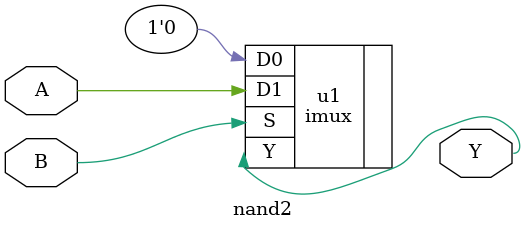
<source format=v>
`timescale 1ns/100ps

module nand2(A, B, Y);
  input A;
  input B;
  
  output Y;
  
  wire Y;
  
  imux u1 (.S(B), .D0(1'b0), .D1(A), .Y(Y));  
endmodule
</source>
